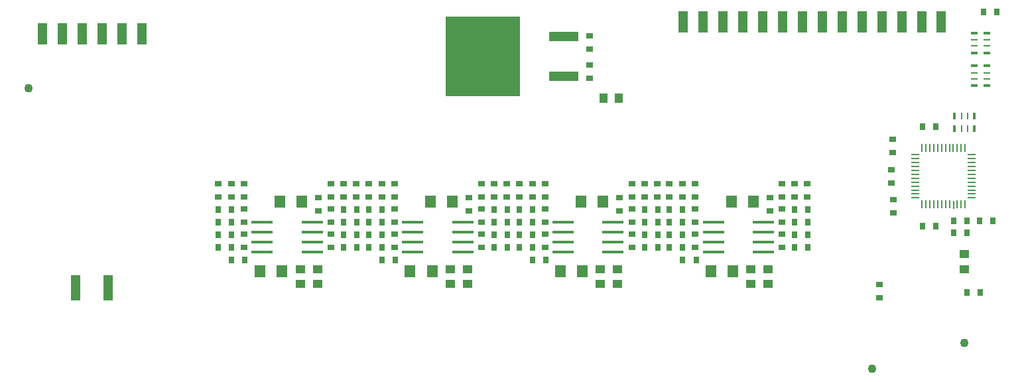
<source format=gbr>
G04 DipTrace 2.4.0.2*
%IN1_Layer_Top_PMask.gbr*%
%MOIN*%
%ADD68R,0.374X0.4016*%
%ADD70R,0.1476X0.0512*%
%ADD72R,0.1102X0.0157*%
%ADD74O,0.0041X0.0421*%
%ADD76O,0.0421X0.0041*%
%ADD78R,0.0098X0.0335*%
%ADD80R,0.0102X0.0335*%
%ADD82R,0.0177X0.0335*%
%ADD84R,0.0335X0.0098*%
%ADD86R,0.0335X0.0102*%
%ADD88R,0.0335X0.0177*%
%ADD89C,0.0433*%
%ADD91R,0.0512X0.1063*%
%ADD94R,0.0472X0.126*%
%ADD96R,0.0512X0.0433*%
%ADD98R,0.0551X0.063*%
%ADD104R,0.0271X0.0321*%
%ADD106R,0.0433X0.0512*%
%ADD108R,0.0321X0.0271*%
%FSLAX44Y44*%
G04*
G70*
G90*
G75*
G01*
%LNTopPaste*%
%LPD*%
D108*
X34488Y21260D3*
Y21929D3*
Y19803D3*
Y20472D3*
D106*
X35945Y18780D3*
X35197D3*
D104*
X51890Y17362D3*
X51220D3*
D108*
X49724Y16732D3*
Y16063D3*
X49646Y15197D3*
Y14528D3*
X20866Y13130D3*
Y13799D3*
X28425Y13130D3*
Y13799D3*
X35984Y13130D3*
Y13799D3*
X43543Y13130D3*
Y13799D3*
D98*
X20039Y13583D3*
X18937D3*
X27598D3*
X26496D3*
X35157D3*
X34055D3*
X42717D3*
X41614D3*
D108*
X49764Y13701D3*
Y13031D3*
D104*
X16496Y13189D3*
X15827D3*
X22795D3*
X22126D3*
X24055D3*
X23386D3*
X30354D3*
X29685D3*
X31614D3*
X30945D3*
X37913D3*
X37244D3*
X39173D3*
X38504D3*
X45472D3*
X44803D3*
X53465Y12638D3*
X52795D3*
X54764D3*
X54094D3*
X16496Y12559D3*
X15827D3*
X22795D3*
X22126D3*
X24055D3*
X23386D3*
X30354D3*
X29685D3*
X31614D3*
X30945D3*
X37913D3*
X37244D3*
X39173D3*
X38504D3*
X45472D3*
X44803D3*
X51890Y12362D3*
X51220D3*
X53465Y12008D3*
X52795D3*
D108*
X17126Y11969D3*
Y11299D3*
X21496Y11969D3*
Y11299D3*
X24685Y11969D3*
Y11299D3*
X29055Y11969D3*
Y11299D3*
X32244Y11969D3*
Y11299D3*
X36614Y11969D3*
Y11299D3*
X39803Y11969D3*
Y11299D3*
X44173Y11969D3*
Y11299D3*
D96*
X53307Y10945D3*
Y10197D3*
D104*
X16496Y10669D3*
X17165D3*
X24055D3*
X24724D3*
X31614D3*
X32283D3*
X39173D3*
X39843D3*
D98*
X19016Y10079D3*
X17913D3*
D96*
X19961Y9449D3*
Y10197D3*
X20827Y9449D3*
Y10197D3*
D98*
X26575Y10079D3*
X25472D3*
D96*
X27480Y9449D3*
Y10197D3*
X28346Y9449D3*
Y10197D3*
D98*
X34134Y10079D3*
X33031D3*
D96*
X35039Y9449D3*
Y10197D3*
X35906Y9449D3*
Y10197D3*
D98*
X41693Y10079D3*
X40591D3*
D96*
X42598Y9449D3*
Y10197D3*
X43465Y9449D3*
Y10197D3*
D104*
X54134Y9016D3*
X53465D3*
D94*
X8661Y9252D3*
X10276D3*
D91*
X39181Y22638D3*
X40181D3*
X41181D3*
X42181D3*
X43181D3*
X44181D3*
X45181D3*
X46181D3*
X47181D3*
X48181D3*
X49181D3*
X50181D3*
X51181D3*
X52173D3*
X6992Y22008D3*
X7992D3*
X8992D3*
X9992D3*
X10992D3*
X11992D3*
D89*
X6299Y19291D3*
X53307Y6496D3*
X48701Y5197D3*
D104*
X54961Y23110D3*
X54291D3*
D88*
X54449Y21063D3*
D86*
Y21409D3*
Y21724D3*
D88*
Y22067D3*
X53819D3*
D84*
Y21724D3*
Y21409D3*
D88*
Y21063D3*
X54449Y19409D3*
D86*
Y19756D3*
Y20071D3*
D88*
Y20413D3*
X53819D3*
D84*
Y20071D3*
Y19756D3*
D88*
Y19409D3*
D82*
X52835Y17244D3*
D80*
X53181D3*
X53496D3*
D82*
X53839D3*
Y17874D3*
D78*
X53496D3*
X53181D3*
D82*
X52835D3*
D108*
X15827Y13819D3*
Y14488D3*
X16496Y13819D3*
Y14488D3*
X17126Y13819D3*
Y14488D3*
X21496Y13819D3*
Y14488D3*
X22126Y13819D3*
Y14488D3*
X22756Y13819D3*
Y14488D3*
X23386Y13819D3*
Y14488D3*
X24055Y13819D3*
Y14488D3*
X24685Y13819D3*
Y14488D3*
X29055Y13819D3*
Y14488D3*
X29685Y13819D3*
Y14488D3*
X30315Y13819D3*
Y14488D3*
X30945Y13819D3*
Y14488D3*
X31614Y13819D3*
Y14488D3*
X32244Y13819D3*
Y14488D3*
X36614Y13819D3*
Y14488D3*
X37244Y13819D3*
Y14488D3*
X37874Y13819D3*
Y14488D3*
X38504Y13819D3*
Y14488D3*
X39173Y13819D3*
Y14488D3*
X39803Y13819D3*
Y14488D3*
X44173Y13819D3*
Y14488D3*
X44803Y13819D3*
Y14488D3*
X45433Y13819D3*
Y14488D3*
X17126Y12559D3*
Y13228D3*
X21496Y12559D3*
Y13228D3*
X24685Y12559D3*
Y13228D3*
X29055Y12559D3*
Y13228D3*
X32244Y12559D3*
Y13228D3*
X36614Y12559D3*
Y13228D3*
X39803Y12559D3*
Y13228D3*
X44173Y12559D3*
Y13228D3*
D104*
X15827Y11929D3*
X16496D3*
X22126D3*
X22795D3*
X23386D3*
X24055D3*
X29685D3*
X30354D3*
X30945D3*
X31614D3*
X37244D3*
X37913D3*
X38504D3*
X39173D3*
X44803D3*
X45472D3*
X15827Y11299D3*
X16496D3*
X22126D3*
X22795D3*
X23386D3*
X24055D3*
X29685D3*
X30354D3*
X30945D3*
X31614D3*
X37244D3*
X37913D3*
X38504D3*
X39173D3*
X44803D3*
X45472D3*
D108*
X49055Y8740D3*
Y9409D3*
D76*
X53701Y13780D3*
Y13976D3*
Y14173D3*
Y14370D3*
Y14567D3*
Y14764D3*
Y14961D3*
Y15157D3*
Y15354D3*
Y15551D3*
Y15748D3*
Y15945D3*
D74*
X53363Y16283D3*
X53166D3*
X52969D3*
X52772D3*
X52575D3*
X52378D3*
X52182D3*
X51985D3*
X51788D3*
X51591D3*
X51394D3*
X51197D3*
D76*
X50857Y15945D3*
Y15748D3*
Y15551D3*
Y15354D3*
Y15157D3*
Y14961D3*
Y14764D3*
Y14567D3*
Y14370D3*
Y14173D3*
Y13976D3*
Y13780D3*
D74*
X51197Y13441D3*
X51394D3*
X51591D3*
X51788D3*
X51985D3*
X52182D3*
X52378D3*
X52575D3*
X52777Y13423D3*
X52969Y13441D3*
X53166D3*
X53363D3*
D72*
X20551Y11065D3*
Y11565D3*
Y12065D3*
Y12565D3*
X18031D3*
Y12065D3*
Y11565D3*
Y11065D3*
X28110D3*
Y11565D3*
Y12065D3*
Y12565D3*
X25591D3*
Y12065D3*
Y11565D3*
Y11065D3*
X35669D3*
Y11565D3*
Y12065D3*
Y12565D3*
X33150D3*
Y12065D3*
Y11565D3*
Y11065D3*
X43228D3*
Y11565D3*
Y12065D3*
Y12565D3*
X40709D3*
Y12065D3*
Y11565D3*
Y11065D3*
D70*
X33189Y19882D3*
Y21882D3*
D68*
X29134Y20882D3*
M02*

</source>
